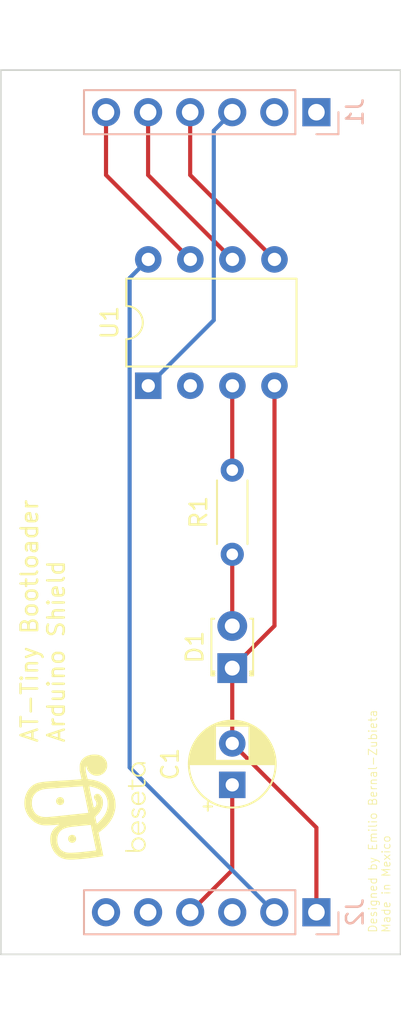
<source format=kicad_pcb>
(kicad_pcb (version 20211014) (generator pcbnew)
  (layers (0 "F.Cu" signal) (31 "B.Cu" signal) (34 "B.Paste" user) (35 "F.Paste" user) (36 "B.SilkS" user "B.Silkscreen") (37 "F.SilkS" user "F.Silkscreen") (38 "B.Mask" user) (39 "F.Mask" user) (44 "Edge.Cuts" user))
  (net 0 "")
  (net 1 "Net-(J1-Pad3)")
  (net 3 "Net-(R1-Pad1)")
  (net 4 "Net-(C1-Pad2)")
  (net 5 "Net-(J1-Pad4)")
  (net 6 "Net-(J1-Pad5)")
  (net 7 "Net-(J1-Pad6)")
  (net 8 "Net-(J2-Pad2)")
  (net 9 "Net-(C1-Pad1)")
  (net 10 "Net-(D1-Pad2)")
  (footprint "graphics:logo" (layer "F.Cu") (at 158.75 86.36 90)
    (fp_text reference "G***" hide)
    (fp_text value "LOGO" hide)
    (fp_poly (pts (xy 0.43369 -1.730456) (xy 0.449904 -1.724101) (xy 0.508747 -1.688545) (xy 0.553448 -1.640745) (xy 0.583289 -1.584247) (xy 0.597552 -1.522599) (xy 0.59552 -1.459348) (xy 0.576475 -1.39804) (xy 0.5397 -1.342223) (xy 0.529405 -1.331278) (xy 0.475277 -1.291198) (xy 0.411909 -1.267124) (xy 0.344437 -1.259913) (xy 0.277993 -1.270421) (xy 0.244451 -1.283714) (xy 0.186936 -1.322764) (xy 0.146118 -1.374463) (xy 0.1223 -1.43829) (xy 0.115646 -1.503475) (xy 0.125034 -1.572626) (xy 0.151266 -1.632722) (xy 0.191445 -1.681851) (xy 0.242674 -1.718101) (xy 0.302056 -1.73956) (xy 0.366694 -1.744316)) (layer "F.SilkS") (width 0) (fill solid))
    (fp_poly (pts (xy -1.20531 2.800192) (xy -1.130527 2.815129) (xy -1.062602 2.844771) (xy -1.034538 2.862139) (xy -0.969153 2.917777) (xy -0.919652 2.986378) (xy -0.885734 3.068517) (xy -0.867102 3.164769) (xy -0.865006 3.188142) (xy -0.859081 3.269619) (xy -1.568813 3.269619) (xy -1.561509 3.308555) (xy -1.537689 3.380496) (xy -1.496073 3.445178) (xy -1.439598 3.498825) (xy -1.389657 3.529352) (xy -1.35393 3.545101) (xy -1.321594 3.553952) (xy -1.283857 3.557666) (xy -1.245819 3.558133) (xy -1.164464 3.550756) (xy -1.09655 3.528919) (xy -1.039231 3.491465) (xy -1.009644 3.462043) (xy -0.968757 3.415592) (xy -0.882381 3.459658) (xy -0.916245 3.506814) (xy -0.958542 3.556537) (xy -1.008875 3.596554) (xy -1.073515 3.631782) (xy -1.078753 3.634203) (xy -1.141543 3.654547) (xy -1.214896 3.665102) (xy -1.290491 3.665325) (xy -1.360009 3.654675) (xy -1.366466 3.652946) (xy -1.453261 3.618219) (xy -1.528172 3.566866) (xy -1.589802 3.500484) (xy -1.636752 3.420674) (xy -1.667625 3.329033) (xy -1.673053 3.302302) (xy -1.678484 3.21515) (xy -1.674382 3.185513) (xy -1.568144 3.185513) (xy -0.974873 3.185513) (xy -0.981362 3.13817) (xy -1.001121 3.068683) (xy -1.038881 3.006228) (xy -1.091869 2.954599) (xy -1.135346 2.92753) (xy -1.182303 2.911879) (xy -1.240371 2.904126) (xy -1.301011 2.904686) (xy -1.355687 2.913971) (xy -1.363836 2.916467) (xy -1.427584 2.948251) (xy -1.482902 2.996673) (xy -1.526675 3.058029) (xy -1.55579 3.128617) (xy -1.561262 3.151345) (xy -1.568144 3.185513) (xy -1.674382 3.185513) (xy -1.666126 3.12587) (xy -1.637584 3.039616) (xy -1.594464 2.961537) (xy -1.550084 2.907953) (xy -1.486467 2.855852) (xy -1.415856 2.821197) (xy -1.334593 2.802438) (xy -1.292095 2.798693)) (layer "F.SilkS") (width 0) (fill solid))
    (fp_poly (pts (xy 0.583709 2.802254) (xy 0.621635 2.804334) (xy 0.65041 2.80901) (xy 0.675965 2.81727) (xy 0.704235 2.830103) (xy 0.706066 2.831) (xy 0.782406 2.879354) (xy 0.842897 2.941266) (xy 0.887007 3.015886) (xy 0.914204 3.102364) (xy 0.923331 3.177446) (xy 0.927738 3.269619) (xy 0.220378 3.269619) (xy 0.22718 3.298531) (xy 0.255499 3.378282) (xy 0.298893 3.445571) (xy 0.355296 3.498665) (xy 0.422643 3.535829) (xy 0.498867 3.555329) (xy 0.536176 3.557888) (xy 0.609438 3.55393) (xy 0.669633 3.538596) (xy 0.722595 3.509728) (xy 0.766608 3.472618) (xy 0.794789 3.44601) (xy 0.817011 3.426305) (xy 0.829177 3.417107) (xy 0.830018 3.416844) (xy 0.8419 3.421847) (xy 0.864116 3.434202) (xy 0.870476 3.438023) (xy 0.905148 3.459162) (xy 0.886246 3.491691) (xy 0.854181 3.533544) (xy 0.808913 3.575674) (xy 0.757405 3.612407) (xy 0.706621 3.638072) (xy 0.706508 3.638115) (xy 0.655086 3.652355) (xy 0.593227 3.66175) (xy 0.529084 3.665696) (xy 0.47081 3.663586) (xy 0.437538 3.658098) (xy 0.379661 3.637155) (xy 0.318521 3.604577) (xy 0.262912 3.565568) (xy 0.230371 3.53549) (xy 0.202988 3.500714) (xy 0.174586 3.456703) (xy 0.154172 3.418693) (xy 0.139651 3.386702) (xy 0.130105 3.360019) (xy 0.124498 3.332687) (xy 0.121792 3.298748) (xy 0.12095 3.252242) (xy 0.120903 3.227566) (xy 0.12119 3.185851) (xy 0.228551 3.185851) (xy 0.814777 3.180257) (xy 0.811563 3.14346) (xy 0.800247 3.095473) (xy 0.776868 3.04329) (xy 0.746007 2.995565) (xy 0.716861 2.964589) (xy 0.661853 2.931391) (xy 0.595771 2.910774) (xy 0.524858 2.903387) (xy 0.455353 2.909878) (xy 0.393497 2.930896) (xy 0.393382 2.930955) (xy 0.332274 2.972861) (xy 0.282954 3.028343) (xy 0.248802 3.092873) (xy 0.235456 3.142664) (xy 0.228551 3.185851) (xy 0.12119 3.185851) (xy 0.121272 3.174017) (xy 0.12307 3.135533) (xy 0.127334 3.106155) (xy 0.135101 3.079925) (xy 0.147409 3.050886) (xy 0.154172 3.03644) (xy 0.202614 2.954722) (xy 0.262939 2.889848) (xy 0.336367 2.84054) (xy 0.345428 2.835947) (xy 0.377553 2.820781) (xy 0.404106 2.810919) (xy 0.43124 2.805225) (xy 0.465108 2.802566) (xy 0.511862 2.801807) (xy 0.530698 2.80178)) (layer "F.SilkS") (width 0) (fill solid))
    (fp_poly (pts (xy 1.314156 2.81755) (xy 1.65058 2.81755) (xy 1.65058 2.912169) (xy 1.312844 2.912169) (xy 1.316128 3.177628) (xy 1.317418 3.266317) (xy 1.319207 3.336616) (xy 1.322045 3.391163) (xy 1.326478 3.432596) (xy 1.333055 3.463552) (xy 1.342324 3.486668) (xy 1.354833 3.504581) (xy 1.371129 3.519928) (xy 1.390219 3.53425) (xy 1.429613 3.551814) (xy 1.480221 3.55988) (xy 1.534479 3.558407) (xy 1.584821 3.547354) (xy 1.611155 3.535433) (xy 1.65058 3.512133) (xy 1.65058 3.567654) (xy 1.649686 3.60046) (xy 1.644465 3.619464) (xy 1.631106 3.631884) (xy 1.611155 3.642341) (xy 1.572351 3.654769) (xy 1.521133 3.662667) (xy 1.465734 3.665492) (xy 1.414384 3.662702) (xy 1.385522 3.657193) (xy 1.345826 3.638655) (xy 1.303255 3.607245) (xy 1.264506 3.568811) (xy 1.236275 3.529204) (xy 1.234008 3.524842) (xy 1.227977 3.510701) (xy 1.223173 3.493519) (xy 1.219389 3.470637) (xy 1.216421 3.439395) (xy 1.214062 3.397131) (xy 1.212108 3.341187) (xy 1.210353 3.268902) (xy 1.209024 3.201283) (xy 1.203767 2.917426) (xy 1.117033 2.914372) (xy 1.030299 2.911319) (xy 1.030299 2.8184) (xy 1.117033 2.815347) (xy 1.203767 2.812293) (xy 1.206763 2.704532) (xy 1.209759 2.596772) (xy 1.314156 2.596772)) (layer "F.SilkS") (width 0) (fill solid))
    (fp_poly (pts (xy -2.596771 2.96087) (xy -2.545829 2.911768) (xy -2.507147 2.87947) (xy -2.461719 2.848518) (xy -2.432812 2.832418) (xy -2.402275 2.8185) (xy -2.375424 2.809616) (xy -2.345909 2.804647) (xy -2.307381 2.80247) (xy -2.260347 2.801975) (xy -2.208904 2.802374) (xy -2.171887 2.804592) (xy -2.142702 2.809836) (xy -2.114759 2.819313) (xy -2.081465 2.83423) (xy -2.079734 2.835049) (xy -2.000087 2.881769) (xy -1.93674 2.939734) (xy -1.886686 3.011862) (xy -1.875556 3.033138) (xy -1.843063 3.120651) (xy -1.829683 3.20981) (xy -1.834325 3.297998) (xy -1.855896 3.382595) (xy -1.893306 3.460983) (xy -1.945462 3.530545) (xy -2.011273 3.588662) (xy -2.089648 3.632715) (xy -2.132011 3.648283) (xy -2.201979 3.66296) (xy -2.279105 3.667883) (xy -2.35285 3.66265) (xy -2.378784 3.657684) (xy -2.460525 3.628017) (xy -2.535432 3.580636) (xy -2.600251 3.518544) (xy -2.651729 3.444746) (xy -2.681504 3.378185) (xy -2.686508 3.362437) (xy -2.690624 3.345611) (xy -2.693937 3.32558) (xy -2.696534 3.300213) (xy -2.698501 3.267383) (xy -2.69966 3.232823) (xy -2.591514 3.232823) (xy -2.582151 3.31185) (xy -2.555789 3.382986) (xy -2.515019 3.444582) (xy -2.462434 3.494987) (xy -2.400624 3.532551) (xy -2.332182 3.555624) (xy -2.259699 3.562555) (xy -2.185766 3.551694) (xy -2.126732 3.528789) (xy -2.058156 3.482909) (xy -2.004415 3.423994) (xy -1.966735 3.355036) (xy -1.94634 3.279026) (xy -1.944451 3.198955) (xy -1.960611 3.122762) (xy -1.986293 3.070441) (xy -2.026331 3.017818) (xy -2.075107 2.971168) (xy -2.127005 2.936765) (xy -2.127143 2.936695) (xy -2.200292 2.910342) (xy -2.274094 2.90311) (xy -2.345956 2.913345) (xy -2.413283 2.939393) (xy -2.473482 2.979601) (xy -2.523962 3.032314) (xy -2.562127 3.095879) (xy -2.585384 3.168643) (xy -2.591514 3.232823) (xy -2.69966 3.232823) (xy -2.699924 3.224962) (xy -2.700889 3.17082) (xy -2.701482 3.10283) (xy -2.70179 3.018863) (xy -2.701897 2.916791) (xy -2.701903 2.873727) (xy -2.701903 2.42856) (xy -2.596771 2.42856)) (layer "F.SilkS") (width 0) (fill solid))
    (fp_poly (pts (xy -0.335861 2.808546) (xy -0.282096 2.813885) (xy -0.239388 2.823466) (xy -0.239004 2.823596) (xy -0.203215 2.840645) (xy -0.16302 2.867025) (xy -0.124895 2.897714) (xy -0.095315 2.927687) (xy -0.084054 2.943805) (xy -0.080874 2.95718) (xy -0.089766 2.969941) (xy -0.114056 2.986476) (xy -0.118305 2.989005) (xy -0.162711 3.01523) (xy -0.19717 2.974972) (xy -0.225688 2.94808) (xy -0.25726 2.927392) (xy -0.268971 2.92239) (xy -0.321829 2.911766) (xy -0.380154 2.910753) (xy -0.435043 2.918952) (xy -0.469529 2.931376) (xy -0.507122 2.953815) (xy -0.529178 2.977522) (xy -0.540529 3.008975) (xy -0.543856 3.030994) (xy -0.545409 3.060621) (xy -0.538996 3.080719) (xy -0.520721 3.10087) (xy -0.512418 3.108292) (xy -0.466157 3.137179) (xy -0.403525 3.158626) (xy -0.322805 3.179563) (xy -0.259715 3.197458) (xy -0.21128 3.213458) (xy -0.174525 3.228707) (xy -0.146473 3.244353) (xy -0.124151 3.261542) (xy -0.115834 3.26943) (xy -0.076682 3.321304) (xy -0.056301 3.377347) (xy -0.053566 3.434925) (xy -0.067352 3.491408) (xy -0.096534 3.544161) (xy -0.139985 3.590554) (xy -0.196582 3.627953) (xy -0.265199 3.653727) (xy -0.281746 3.657566) (xy -0.350103 3.667236) (xy -0.412548 3.664857) (xy -0.47224 3.652423) (xy -0.511854 3.6395) (xy -0.54897 3.623735) (xy -0.563927 3.615649) (xy -0.589399 3.596525) (xy -0.61771 3.570229) (xy -0.644797 3.541286) (xy -0.666598 3.514224) (xy -0.679051 3.493568) (xy -0.6803 3.485974) (xy -0.669469 3.474191) (xy -0.646819 3.458577) (xy -0.63815 3.453615) (xy -0.599616 3.432602) (xy -0.566879 3.472318) (xy -0.522652 3.5154) (xy -0.472189 3.542534) (xy -0.410959 3.555664) (xy -0.367963 3.557629) (xy -0.297576 3.551165) (xy -0.241048 3.532407) (xy -0.199757 3.502309) (xy -0.175086 3.461824) (xy -0.168211 3.419666) (xy -0.172043 3.389295) (xy -0.185064 3.363899) (xy -0.209562 3.341995) (xy -0.247825 3.322102) (xy -0.30214 3.302738) (xy -0.374796 3.28242) (xy -0.3835 3.280192) (xy -0.435608 3.266025) (xy -0.484381 3.251141) (xy -0.523735 3.237488) (xy -0.544647 3.228608) (xy -0.597618 3.191585) (xy -0.634086 3.145168) (xy -0.654497 3.092405) (xy -0.659298 3.036343) (xy -0.648935 2.98003) (xy -0.623856 2.926514) (xy -0.584506 2.878844) (xy -0.531333 2.840066) (xy -0.484668 2.819339) (xy -0.44503 2.811136) (xy -0.3928 2.807584)) (layer "F.SilkS") (width 0) (fill solid))
    (fp_poly (pts (xy -1.860364 -1.009998) (xy -1.81402 -0.996351) (xy -1.773211 -0.970404) (xy -1.747863 -0.94724) (xy -1.707638 -0.893467) (xy -1.684194 -0.832223) (xy -1.677414 -0.767652) (xy -1.68718 -0.7039) (xy -1.713375 -0.645111) (xy -1.755882 -0.595432) (xy -1.757879 -0.593728) (xy -1.817507 -0.555567) (xy -1.883049 -0.534854) (xy -1.94972 -0.532929) (xy -1.965976 -0.535535) (xy -2.028585 -0.557178) (xy -2.082749 -0.596277) (xy -2.105607 -0.620446) (xy -2.142563 -0.678424) (xy -2.160944 -0.741458) (xy -2.161347 -0.805963) (xy -2.144368 -0.868359) (xy -2.110602 -0.925062) (xy -2.060647 -0.972491) (xy -2.045324 -0.98271) (xy -2.013924 -1.000271) (xy -1.985952 -1.009857) (xy -1.952484 -1.013696) (xy -1.919443 -1.014151)) (layer "F.SilkS") (width 0) (fill solid))
    (fp_poly (pts (xy 0.330918 -3.655693) (xy 0.414409 -3.649719) (xy 0.473872 -3.642001) (xy 0.625417 -3.607979) (xy 0.770922 -3.55838) (xy 0.908052 -3.494588) (xy 1.034474 -3.417985) (xy 1.147854 -3.329956) (xy 1.245856 -3.231884) (xy 1.313432 -3.14446) (xy 1.347097 -3.092202) (xy 1.377348 -3.039001) (xy 1.404453 -2.983367) (xy 1.428682 -2.923815) (xy 1.450304 -2.858857) (xy 1.469587 -2.787004) (xy 1.486802 -2.706772) (xy 1.502218 -2.616671) (xy 1.516103 -2.515215) (xy 1.528727 -2.400916) (xy 1.540359 -2.272288) (xy 1.551268 -2.127842) (xy 1.561724 -1.966092) (xy 1.571995 -1.785551) (xy 1.577166 -1.687376) (xy 1.583611 -1.567793) (xy 1.591465 -1.431192) (xy 1.600475 -1.281515) (xy 1.610385 -1.122704) (xy 1.620941 -0.958702) (xy 1.631888 -0.793451) (xy 1.642972 -0.630893) (xy 1.653938 -0.47497) (xy 1.664531 -0.329625) (xy 1.666971 -0.296999) (xy 1.671898 -0.249057) (xy 1.678147 -0.220662) (xy 1.686057 -0.210357) (xy 1.687001 -0.210265) (xy 1.700719 -0.212528) (xy 1.731875 -0.218876) (xy 1.777425 -0.22865) (xy 1.834322 -0.241191) (xy 1.899521 -0.255838) (xy 1.941004 -0.265282) (xy 2.181499 -0.3203) (xy 2.370737 -0.320258) (xy 2.439207 -0.320078) (xy 2.490915 -0.319266) (xy 2.530128 -0.317362) (xy 2.56111 -0.313905) (xy 2.588125 -0.308435) (xy 2.615439 -0.300492) (xy 2.644082 -0.29075) (xy 2.72876 -0.257073) (xy 2.799526 -0.218984) (xy 2.863492 -0.172094) (xy 2.918285 -0.121588) (xy 2.997396 -0.027811) (xy 3.061724 0.080917) (xy 3.111266 0.204594) (xy 3.146023 0.343217) (xy 3.149758 0.364106) (xy 3.158674 0.435991) (xy 3.163291 0.517547) (xy 3.163785 0.603393) (xy 3.160333 0.688145) (xy 3.153108 0.766423) (xy 3.142289 0.832843) (xy 3.133336 0.867343) (xy 3.088788 0.980654) (xy 3.032156 1.077751) (xy 2.962098 1.160495) (xy 2.877273 1.230746) (xy 2.865634 1.238696) (xy 2.791171 1.283308) (xy 2.719745 1.313815) (xy 2.644011 1.332592) (xy 2.556623 1.342016) (xy 2.544206 1.34267) (xy 2.454931 1.342758) (xy 2.377297 1.332736) (xy 2.303754 1.311082) (xy 2.234906 1.280435) (xy 2.137528 1.22142) (xy 2.055755 1.149844) (xy 1.988345 1.064245) (xy 1.934057 0.963158) (xy 1.90698 0.893626) (xy 1.89745 0.859835) (xy 1.89147 0.821741) (xy 1.888464 0.77382) (xy 1.887858 0.710546) (xy 1.887863 0.709644) (xy 1.888814 0.651472) (xy 1.891455 0.608143) (xy 1.896647 0.573489) (xy 1.905256 0.541343) (xy 1.915437 0.51261) (xy 1.959802 0.415213) (xy 2.014931 0.331791) (xy 2.081792 0.259177) (xy 2.160714 0.194752) (xy 2.24585 0.146149) (xy 2.342688 0.110439) (xy 2.378228 0.100964) (xy 2.474373 0.07738) (xy 2.427812 0.05854) (xy 2.375548 0.045288) (xy 2.307592 0.040499) (xy 2.227485 0.044133) (xy 2.138765 0.056149) (xy 2.107283 0.062134) (xy 2.037388 0.076874) (xy 1.966202 0.092766) (xy 1.896886 0.109014) (xy 1.832598 0.124824) (xy 1.776499 0.139398) (xy 1.73175 0.151942) (xy 1.701511 0.161659) (xy 1.68923 0.167409) (xy 1.683764 0.181713) (xy 1.677143 0.212361) (xy 1.670224 0.254768) (xy 1.66418 0.301537) (xy 1.631417 0.511427) (xy 1.582458 0.709388) (xy 1.517534 0.894596) (xy 1.466111 1.009325) (xy 1.377087 1.170904) (xy 1.277179 1.3146) (xy 1.165866 1.440823) (xy 1.042626 1.549986) (xy 0.906938 1.642501) (xy 0.758278 1.718781) (xy 0.596126 1.779237) (xy 0.439263 1.820235) (xy 0.394788 1.827579) (xy 0.335793 1.834181) (xy 0.267367 1.839783) (xy 0.194598 1.844132) (xy 0.122574 1.846973) (xy 0.056386 1.84805) (xy 0.001122 1.847109) (xy -0.036796 1.844089) (xy -0.215398 1.812444) (xy -0.379287 1.769673) (xy -0.532419 1.714315) (xy -0.678754 1.644913) (xy -0.822249 1.560007) (xy -0.841059 1.547649) (xy -0.958272 1.464252) (xy -1.069606 1.373153) (xy -1.177377 1.271996) (xy -1.283901 1.158423) (xy -1.391493 1.030079) (xy -1.50247 0.884605) (xy -1.530716 0.845698) (xy -1.552782 0.815031) (xy -1.630592 0.834257) (xy -1.653033 0.839396) (xy -1.692646 0.848022) (xy -1.747335 0.859704) (xy -1.815002 0.874007) (xy -1.893552 0.890501) (xy -1.980889 0.908751) (xy -2.074916 0.928326) (xy -2.173537 0.948793) (xy -2.274656 0.969719) (xy -2.376176 0.990671) (xy -2.476001 1.011217) (xy -2.572035 1.030925) (xy -2.662181 1.04936) (xy -2.744343 1.066092) (xy -2.816425 1.080687) (xy -2.87633 1.092713) (xy -2.921963 1.101737) (xy -2.951227 1.107326) (xy -2.962025 1.109048) (xy -2.962032 1.109044) (xy -2.965793 1.097558) (xy -2.971901 1.06758) (xy -2.980012 1.02147) (xy -2.989782 0.96159) (xy -3.000866 0.890301) (xy -3.01292 0.809965) (xy -3.025601 0.722941) (xy -3.026362 0.71758) (xy -1.009271 0.71758) (xy -1.002162 0.727327) (xy -0.982358 0.749417) (xy -0.952139 0.781437) (xy -0.913789 0.820972) (xy -0.86959 0.865609) (xy -0.864714 0.870482) (xy -0.744619 0.984766) (xy -0.630537 1.081222) (xy -0.520122 1.161312) (xy -0.41103 1.226504) (xy -0.300916 1.27826) (xy -0.187435 1.318046) (xy -0.119219 1.336198) (xy 0.041464 1.364038) (xy 0.202051 1.370963) (xy 0.363668 1.356992) (xy 0.425892 1.346149) (xy 0.559595 1.31009) (xy 0.681345 1.257172) (xy 0.79133 1.18721) (xy 0.889739 1.100016) (xy 0.976761 0.995405) (xy 1.052584 0.87319) (xy 1.117396 0.733186) (xy 1.156282 0.624595) (xy 1.171408 0.574647) (xy 1.187304 0.517422) (xy 1.202888 0.457385) (xy 1.21708 0.399007) (xy 1.2288 0.346753) (xy 1.236967 0.305093) (xy 1.2405 0.278495) (xy 1.240563 0.276112) (xy 1.239162 0.272395) (xy 1.233969 0.270077) (xy 1.2235 0.269429) (xy 1.206272 0.270724) (xy 1.180799 0.274233) (xy 1.145599 0.280228) (xy 1.099187 0.288981) (xy 1.040078 0.300764) (xy 0.966791 0.315849) (xy 0.877839 0.334508) (xy 0.771739 0.357013) (xy 0.647007 0.383635) (xy 0.60714 0.392164) (xy 0.494998 0.416201) (xy 0.389092 0.438976) (xy 0.291186 0.460103) (xy 0.203049 0.479197) (xy 0.126444 0.495874) (xy 0.063138 0.50975) (xy 0.014897 0.520439) (xy -0.016513 0.527558) (xy -0.029326 0.530722) (xy -0.029527 0.530814) (xy -0.027977 0.541444) (xy -0.020012 0.563743) (xy -0.01774 0.569207) (xy 0.014544 0.619423) (xy 0.062365 0.656129) (xy 0.124718 0.678793) (xy 0.200598 0.686886) (xy 0.205009 0.686898) (xy 0.263291 0.682668) (xy 0.316833 0.668791) (xy 0.371472 0.643085) (xy 0.433048 0.603368) (xy 0.43809 0.599777) (xy 0.501521 0.561384) (xy 0.559773 0.542024) (xy 0.615925 0.541392) (xy 0.673054 0.559182) (xy 0.70098 0.573741) (xy 0.74412 0.610088) (xy 0.776185 0.659638) (xy 0.794123 0.716156) (xy 0.795732 0.767281) (xy 0.788322 0.806029) (xy 0.776972 0.842023) (xy 0.772336 0.852324) (xy 0.737609 0.901183) (xy 0.686135 0.949351) (xy 0.622084 0.994022) (xy 0.549628 1.032392) (xy 0.472941 1.061656) (xy 0.45207 1.067627) (xy 0.385176 1.079836) (xy 0.30573 1.085681) (xy 0.221221 1.085157) (xy 0.139139 1.078262) (xy 0.07885 1.067838) (xy -0.054915 1.027011) (xy -0.185639 0.966105) (xy -0.311795 0.886016) (xy -0.431856 0.787637) (xy -0.481077 0.740086) (xy -0.533427 0.688741) (xy -0.57311 0.653669) (xy -0.600445 0.634605) (xy -0.612492 0.630644) (xy -0.63286 0.632697) (xy -0.667716 0.63845) (xy -0.713234 0.647064) (xy -0.765587 0.6577) (xy -0.820948 0.66952) (xy -0.87549 0.681685) (xy -0.925387 0.693358) (xy -0.966812 0.703699) (xy -0.995938 0.711871) (xy -1.008939 0.717034) (xy -1.009271 0.71758) (xy -3.026362 0.71758) (xy -3.038564 0.631591) (xy -3.051464 0.538277) (xy -3.063959 0.445359) (xy -3.075702 0.355199) (xy -3.086351 0.270157) (xy -3.095344 0.194495) (xy -3.114998 0.014835) (xy -3.132011 -0.158515) (xy -3.146289 -0.323849) (xy -3.157737 -0.47946) (xy -3.16626 -0.623643) (xy -3.171764 -0.754692) (xy -3.173993 -0.863055) (xy -2.760361 -0.863055) (xy -2.758221 -0.767166) (xy -2.752967 -0.657144) (xy -2.744692 -0.531045) (xy -2.733489 -0.386927) (xy -2.727492 -0.315397) (xy -2.723222 -0.268911) (xy -2.717061 -0.206757) (xy -2.70935 -0.132003) (xy -2.700429 -0.047716) (xy -2.69064 0.043035) (xy -2.680323 0.137183) (xy -2.66982 0.231661) (xy -2.659471 0.323399) (xy -2.649617 0.409331) (xy -2.640598 0.486389) (xy -2.632757 0.551506) (xy -2.626433 0.601612) (xy -2.622232 0.631925) (xy -2.616456 0.669852) (xy -2.519879 0.650199) (xy -2.492613 0.644622) (xy -2.446812 0.635219) (xy -2.384534 0.622415) (xy -2.307838 0.606633) (xy -2.218782 0.588297) (xy -2.119423 0.567831) (xy -2.011819 0.545658) (xy -1.898029 0.522202) (xy -1.78011 0.497887) (xy -1.755711 0.492855) (xy -1.640412 0.469034) (xy -1.531306 0.446415) (xy -1.430118 0.42536) (xy -1.338574 0.406233) (xy -1.258398 0.389395) (xy -1.191317 0.375209) (xy -1.139055 0.364039) (xy -1.103336 0.356246) (xy -1.085887 0.352194) (xy -1.084416 0.351727) (xy -1.084575 0.34081) (xy -1.086704 0.311225) (xy -1.090578 0.265213) (xy -1.095975 0.20502) (xy -1.102672 0.132886) (xy -1.110445 0.051057) (xy -1.119071 -0.038226) (xy -1.128328 -0.13272) (xy -1.137992 -0.23018) (xy -1.14784 -0.328365) (xy -1.157649 -0.42503) (xy -1.167196 -0.517933) (xy -1.176258 -0.604831) (xy -1.184611 -0.683481) (xy -1.192033 -0.751639) (xy -1.198301 -0.807063) (xy -1.203191 -0.847509) (xy -1.205145 -0.862086) (xy -1.23248 -1.016317) (xy -1.268091 -1.151889) (xy -1.312476 -1.26968) (xy -1.366129 -1.370566) (xy -1.429547 -1.455422) (xy -1.503226 -1.525124) (xy -1.587661 -1.580549) (xy -1.621539 -1.597525) (xy -1.70759 -1.632752) (xy -1.79131 -1.65624) (xy -1.879803 -1.66945) (xy -1.98017 -1.673844) (xy -1.992259 -1.673852) (xy -2.122237 -1.665288) (xy -2.24415 -1.640993) (xy -2.356312 -1.601877) (xy -2.457036 -1.548854) (xy -2.544636 -1.482835) (xy -2.617425 -1.404732) (xy -2.673717 -1.315457) (xy -2.680345 -1.301777) (xy -2.702604 -1.250412) (xy -2.721099 -1.198516) (xy -2.735923 -1.144145) (xy -2.747168 -1.085357) (xy -2.754927 -1.020208) (xy -2.759294 -0.946755) (xy -2.760361 -0.863055) (xy -3.173993 -0.863055) (xy -3.174154 -0.870902) (xy -3.173335 -0.970566) (xy -3.169213 -1.051978) (xy -3.166178 -1.082864) (xy -3.142908 -1.221727) (xy -3.106843 -1.347183) (xy -3.056389 -1.463621) (xy -2.989949 -1.575428) (xy -2.983927 -1.584258) (xy -2.891517 -1.700171) (xy -2.783121 -1.803417) (xy -2.660172 -1.893106) (xy -2.524105 -1.968348) (xy -2.37635 -2.028253) (xy -2.218343 -2.071932) (xy -2.18867 -2.078052) (xy -2.117306 -2.088264) (xy -2.033822 -2.094217) (xy -1.944912 -2.095923) (xy -1.857271 -2.093397) (xy -1.777594 -2.086652) (xy -1.718915 -2.077134) (xy -1.584003 -2.03756) (xy -1.46005 -1.980116) (xy -1.3475 -1.90514) (xy -1.2468 -1.812971) (xy -1.158396 -1.703949) (xy -1.095971 -1.60327) (xy -1.079967 -1.576172) (xy -1.069406 -1.562444) (xy -1.066251 -1.564542) (xy -1.066557 -1.566473) (xy -1.068737 -1.584357) (xy -1.071967 -1.619813) (xy -1.075976 -1.669427) (xy -1.080494 -1.729789) (xy -1.08525 -1.797483) (xy -1.087388 -1.829305) (xy -1.096824 -1.97999) (xy -1.103807 -2.11182) (xy -1.10829 -2.226828) (xy -1.110228 -2.327046) (xy -1.109848 -2.377848) (xy -0.608029 -2.377848) (xy -0.606256 -2.286631) (xy -0.604651 -2.255976) (xy -0.602468 -2.221492) (xy -0.599589 -2.181999) (xy -0.595898 -2.136319) (xy -0.591277 -2.083273) (xy -0.585609 -2.021682) (xy -0.578778 -1.950367) (xy -0.570665 -1.868149) (xy -0.561156 -1.77385) (xy -0.550131 -1.666291) (xy -0.537475 -1.544292) (xy -0.523071 -1.406676) (xy -0.5068 -1.252263) (xy -0.488547 -1.079874) (xy -0.468195 -0.888331) (xy -0.457566 -0.788493) (xy -0.444185 -0.662726) (xy -0.431163 -0.540049) (xy -0.41872 -0.422553) (xy -0.407076 -0.31233) (xy -0.396451 -0.21147) (xy -0.387065 -0.122064) (xy -0.379139 -0.046202) (xy -0.372892 0.014024) (xy -0.368545 0.056525) (xy -0.367104 0.070964) (xy -0.361402 0.125456) (xy -0.3564 0.162274) (xy -0.351297 0.184717) (xy -0.345293 0.196085) (xy -0.337586 0.199676) (xy -0.335835 0.199752) (xy -0.322753 0.19769) (xy -0.290715 0.191723) (xy -0.241359 0.182177) (xy -0.176324 0.169381) (xy -0.097251 0.153661) (xy -0.005777 0.135345) (xy 0.096457 0.114759) (xy 0.207813 0.092231) (xy 0.326651 0.068088) (xy 0.451332 0.042657) (xy 0.459055 0.041079) (xy 0.583702 0.015528) (xy 0.702329 -0.008929) (xy 0.813328 -0.031952) (xy 0.915093 -0.053202) (xy 1.006015 -0.072337) (xy 1.084489 -0.089019) (xy 1.148905 -0.102907) (xy 1.197658 -0.113661) (xy 1.22914 -0.120941) (xy 1.241743 -0.124407) (xy 1.241883 -0.124505) (xy 1.243221 -0.126961) (xy 1.244183 -0.132041) (xy 1.244689 -0.141034) (xy 1.244657 -0.15523) (xy 1.244005 -0.175919) (xy 1.242653 -0.204389) (xy 1.240518 -0.241932) (xy 1.23752 -0.289835) (xy 1.233577 -0.349391) (xy 1.228608 -0.421886) (xy 1.222531 -0.508613) (xy 1.215265 -0.61086) (xy 1.206729 -0.729916) (xy 1.196842 -0.867072) (xy 1.185522 -1.023618) (xy 1.182755 -1.061838) (xy 1.173819 -1.185857) (xy 1.164882 -1.311057) (xy 1.156142 -1.434564) (xy 1.1478 -1.553506) (xy 1.140055 -1.66501) (xy 1.133107 -1.766204) (xy 1.127157 -1.854215) (xy 1.122403 -1.92617) (xy 1.119861 -1.965977) (xy 1.110376 -2.106391) (xy 1.100394 -2.22823) (xy 1.089432 -2.333948) (xy 1.077007 -2.425994) (xy 1.062636 -2.506823) (xy 1.045838 -2.578886) (xy 1.02613 -2.644634) (xy 1.003028 -2.706521) (xy 0.976052 -2.766998) (xy 0.953336 -2.812236) (xy 0.90095 -2.895475) (xy 0.83466 -2.974328) (xy 0.75926 -3.044064) (xy 0.679541 -3.099949) (xy 0.641308 -3.120389) (xy 0.571503 -3.151429) (xy 0.508312 -3.173626) (xy 0.444873 -3.188598) (xy 0.374318 -3.197963) (xy 0.289784 -3.203337) (xy 0.289115 -3.203365) (xy 0.188948 -3.2048) (xy 0.101601 -3.199413) (xy 0.019702 -3.186248) (xy -0.064118 -3.164349) (xy -0.099784 -3.152947) (xy -0.218294 -3.104079) (xy -0.320947 -3.041746) (xy -0.407816 -2.96582) (xy -0.478978 -2.876175) (xy -0.534505 -2.772682) (xy -0.574473 -2.655215) (xy -0.598957 -2.523646) (xy -0.608029 -2.377848) (xy -1.109848 -2.377848) (xy -1.109573 -2.414508) (xy -1.10628 -2.491247) (xy -1.100302 -2.559295) (xy -1.091592 -2.620685) (xy -1.080105 -2.677451) (xy -1.066912 -2.727798) (xy -1.016692 -2.864309) (xy -0.947685 -2.995316) (xy -0.861769 -3.119206) (xy -0.76082 -3.234368) (xy -0.646714 -3.339189) (xy -0.521328 -3.432056) (xy -0.38654 -3.511358) (xy -0.244224 -3.575482) (xy -0.09626 -3.622816) (xy -0.001352 -3.643226) (xy 0.067774 -3.651833) (xy 0.150756 -3.656768) (xy 0.240752 -3.658049)) (layer "F.SilkS") (width 0) (fill solid))
    (fp_poly (pts (xy 2.319835 2.799753) (xy 2.363288 2.807444) (xy 2.449301 2.837689) (xy 2.526339 2.8853) (xy 2.591958 2.947658) (xy 2.643715 3.022144) (xy 2.679165 3.106138) (xy 2.691465 3.15923) (xy 2.694688 3.18959) (xy 2.697506 3.236484) (xy 2.699749 3.295423) (xy 2.701251 3.361916) (xy 2.701841 3.431473) (xy 2.701844 3.435203) (xy 2.701904 3.648096) (xy 2.597591 3.648096) (xy 2.591515 3.467504) (xy 2.558459 3.514477) (xy 2.505225 3.572581) (xy 2.438245 3.617984) (xy 2.36142 3.649415) (xy 2.278656 3.665601) (xy 2.193855 3.665269) (xy 2.131834 3.653571) (xy 2.048708 3.620582) (xy 1.977174 3.572186) (xy 1.918063 3.511041) (xy 1.872203 3.439802) (xy 1.840424 3.361128) (xy 1.823555 3.277673) (xy 1.822963 3.232823) (xy 1.939888 3.232823) (xy 1.94073 3.281743) (xy 1.94415 3.316749) (xy 1.951487 3.344917) (xy 1.964082 3.373322) (xy 1.967886 3.380675) (xy 2.003757 3.433918) (xy 2.050992 3.48325) (xy 2.102168 3.521158) (xy 2.112193 3.526692) (xy 2.180424 3.551084) (xy 2.25549 3.55955) (xy 2.330399 3.551954) (xy 2.390273 3.532047) (xy 2.461093 3.488118) (xy 2.518177 3.430366) (xy 2.55145 3.377109) (xy 2.573256 3.313537) (xy 2.582349 3.242348) (xy 2.578539 3.171167) (xy 2.561634 3.107619) (xy 2.558375 3.10012) (xy 2.515606 3.031089) (xy 2.457426 2.973267) (xy 2.398708 2.936137) (xy 2.336279 2.914483) (xy 2.267293 2.905372) (xy 2.198828 2.908914) (xy 2.137965 2.925219) (xy 2.123676 2.931864) (xy 2.055285 2.978257) (xy 1.997834 3.038902) (xy 1.967794 3.085637) (xy 1.95385 3.114733) (xy 1.945446 3.142065) (xy 1.941248 3.174661) (xy 1.939926 3.219548) (xy 1.939888 3.232823) (xy 1.822963 3.232823) (xy 1.822426 3.192095) (xy 1.837867 3.107051) (xy 1.870706 3.025196) (xy 1.914645 2.957926) (xy 1.977523 2.895136) (xy 2.053161 2.846689) (xy 2.137879 2.81382) (xy 2.227997 2.797764)) (layer "F.SilkS") (width 0) (fill solid))
  )
  (footprint "Resistor_THT:R_Axial_DIN0204_L3.6mm_D1.6mm_P5.08mm_Horizontal" (layer "F.Cu") (at 167.64 66.04 -90)
    (fp_text reference "R1" (at 2.54 2.032 -90) (layer "F.SilkS"))
    (fp_text value "220")
    (fp_line (start 0.62 0.92) (end 4.46 0.92) (layer "F.SilkS") (width 0.12))
    (fp_line (start 0.62 -0.92) (end 4.46 -0.92) (layer "F.SilkS") (width 0.12))
    (pad "1" thru_hole circle (at 0 0 270) (size 1.4 1.4) (drill 0.7) (layers *.Cu *.Mask) (net 3 "Net-(R1-Pad1)"))
    (pad "2" thru_hole oval (at 5.08 0 270) (size 1.4 1.4) (drill 0.7) (layers *.Cu *.Mask) (net 10 "Net-(D1-Pad2)"))
  )
  (footprint "Capacitor_THT:CP_Radial_D5.0mm_P2.50mm" (layer "F.Cu") (at 167.64 85.025113 90)
    (fp_text reference "C1" (at 1.25 -3.75 90) (layer "F.SilkS"))
    (fp_text value "10uF")
    (fp_line (start 2.651 -2.175) (end 2.651 -1.04) (layer "F.SilkS") (width 0.12))
    (fp_line (start 1.73 -2.536) (end 1.73 -1.04) (layer "F.SilkS") (width 0.12))
    (fp_line (start 1.77 -2.528) (end 1.77 -1.04) (layer "F.SilkS") (width 0.12))
    (fp_line (start 1.41 -2.576) (end 1.41 2.576) (layer "F.SilkS") (width 0.12))
    (fp_line (start 2.731 -2.122) (end 2.731 -1.04) (layer "F.SilkS") (width 0.12))
    (fp_line (start 1.93 -2.491) (end 1.93 -1.04) (layer "F.SilkS") (width 0.12))
    (fp_line (start 2.371 -2.329) (end 2.371 -1.04) (layer "F.SilkS") (width 0.12))
    (fp_line (start 2.691 -2.149) (end 2.691 -1.04) (layer "F.SilkS") (width 0.12))
    (fp_line (start 3.571 -1.178) (end 3.571 1.178) (layer "F.SilkS") (width 0.12))
    (fp_line (start 2.411 -2.31) (end 2.411 -1.04) (layer "F.SilkS") (width 0.12))
    (fp_line (start 2.171 1.04) (end 2.171 2.414) (layer "F.SilkS") (width 0.12))
    (fp_line (start 3.531 1.04) (end 3.531 1.251) (layer "F.SilkS") (width 0.12))
    (fp_line (start 3.091 -1.826) (end 3.091 -1.04) (layer "F.SilkS") (width 0.12))
    (fp_line (start 2.131 1.04) (end 2.131 2.428) (layer "F.SilkS") (width 0.12))
    (fp_line (start 3.851 -0.284) (end 3.851 0.284) (layer "F.SilkS") (width 0.12))
    (fp_line (start 2.491 1.04) (end 2.491 2.268) (layer "F.SilkS") (width 0.12))
    (fp_line (start 3.731 -0.805) (end 3.731 0.805) (layer "F.SilkS") (width 0.12))
    (fp_line (start 1.61 -2.556) (end 1.61 -1.04) (layer "F.SilkS") (width 0.12))
    (fp_line (start 2.211 1.04) (end 2.211 2.398) (layer "F.SilkS") (width 0.12))
    (fp_line (start 2.571 1.04) (end 2.571 2.224) (layer "F.SilkS") (width 0.12))
    (fp_line (start 2.251 1.04) (end 2.251 2.382) (layer "F.SilkS") (width 0.12))
    (fp_line (start 2.371 1.04) (end 2.371 2.329) (layer "F.SilkS") (width 0.12))
    (fp_line (start 2.051 -2.455) (end 2.051 -1.04) (layer "F.SilkS") (width 0.12))
    (fp_line (start 2.691 1.04) (end 2.691 2.149) (layer "F.SilkS") (width 0.12))
    (fp_line (start 1.85 -2.511) (end 1.85 -1.04) (layer "F.SilkS") (width 0.12))
    (fp_line (start 2.851 -2.035) (end 2.851 -1.04) (layer "F.SilkS") (width 0.12))
    (fp_line (start 3.331 -1.554) (end 3.331 -1.04) (layer "F.SilkS") (width 0.12))
    (fp_line (start 2.331 1.04) (end 2.331 2.348) (layer "F.SilkS") (width 0.12))
    (fp_line (start 1.73 1.04) (end 1.73 2.536) (layer "F.SilkS") (width 0.12))
    (fp_line (start 2.091 1.04) (end 2.091 2.442) (layer "F.SilkS") (width 0.12))
    (fp_line (start 1.61 1.04) (end 1.61 2.556) (layer "F.SilkS") (width 0.12))
    (fp_line (start 2.131 -2.428) (end 2.131 -1.04) (layer "F.SilkS") (width 0.12))
    (fp_line (start 2.531 1.04) (end 2.531 2.247) (layer "F.SilkS") (width 0.12))
    (fp_line (start 3.411 -1.443) (end 3.411 -1.04) (layer "F.SilkS") (width 0.12))
    (fp_line (start 3.331 1.04) (end 3.331 1.554) (layer "F.SilkS") (width 0.12))
    (fp_line (start 1.971 -2.48) (end 1.971 -1.04) (layer "F.SilkS") (width 0.12))
    (fp_line (start 1.81 -2.52) (end 1.81 -1.04) (layer "F.SilkS") (width 0.12))
    (fp_line (start 2.251 -2.382) (end 2.251 -1.04) (layer "F.SilkS") (width 0.12))
    (fp_line (start 3.051 1.04) (end 3.051 1.864) (layer "F.SilkS") (width 0.12))
    (fp_line (start 1.85 1.04) (end 1.85 2.511) (layer "F.SilkS") (width 0.12))
    (fp_line (start 2.851 1.04) (end 2.851 2.035) (layer "F.SilkS") (width 0.12))
    (fp_line (start 1.45 -2.573) (end 1.45 2.573) (layer "F.SilkS") (width 0.12))
    (fp_line (start 2.291 -2.365) (end 2.291 -1.04) (layer "F.SilkS") (width 0.12))
    (fp_line (start 3.131 -1.785) (end 3.131 -1.04) (layer "F.SilkS") (width 0.12))
    (fp_line (start 3.611 -1.098) (end 3.611 1.098) (layer "F.SilkS") (width 0.12))
    (fp_line (start 3.371 1.04) (end 3.371 1.5) (layer "F.SilkS") (width 0.12))
    (fp_line (start 2.811 -2.065) (end 2.811 -1.04) (layer "F.SilkS") (width 0.12))
    (fp_line (start 1.89 1.04) (end 1.89 2.501) (layer "F.SilkS") (width 0.12))
    (fp_line (start 1.53 1.04) (end 1.53 2.565) (layer "F.SilkS") (width 0.12))
    (fp_line (start 1.25 -2.58) (end 1.25 2.58) (layer "F.SilkS") (width 0.12))
    (fp_line (start 1.69 -2.543) (end 1.69 -1.04) (layer "F.SilkS") (width 0.12))
    (fp_line (start 3.291 -1.605) (end 3.291 -1.04) (layer "F.SilkS") (width 0.12))
    (fp_line (start 2.891 -2.004) (end 2.891 -1.04) (layer "F.SilkS") (width 0.12))
    (fp_line (start 2.611 1.04) (end 2.611 2.2) (layer "F.SilkS") (width 0.12))
    (fp_line (start 1.65 -2.55) (end 1.65 -1.04) (layer "F.SilkS") (width 0.12))
    (fp_line (start 2.491 -2.268) (end 2.491 -1.04) (layer "F.SilkS") (width 0.12))
    (fp_line (start 2.971 -1.937) (end 2.971 -1.04) (layer "F.SilkS") (width 0.12))
    (fp_line (start 2.971 1.04) (end 2.971 1.937) (layer "F.SilkS") (width 0.12))
    (fp_line (start 1.971 1.04) (end 1.971 2.48) (layer "F.SilkS") (width 0.12))
    (fp_line (start 3.171 1.04) (end 3.171 1.743) (layer "F.SilkS") (width 0.12))
    (fp_line (start 1.29 -2.58) (end 1.29 2.58) (layer "F.SilkS") (width 0.12))
    (fp_line (start 3.291 1.04) (end 3.291 1.605) (layer "F.SilkS") (width 0.12))
    (fp_line (start 2.611 -2.2) (end 2.611 -1.04) (layer "F.SilkS") (width 0.12))
    (fp_line (start 1.33 -2.579) (end 1.33 2.579) (layer "F.SilkS") (width 0.12))
    (fp_line (start 3.491 -1.319) (end 3.491 -1.04) (layer "F.SilkS") (width 0.12))
    (fp_line (start 1.49 -2.569) (end 1.49 -1.04) (layer "F.SilkS") (width 0.12))
    (fp_line (start 2.891 1.04) (end 2.891 2.004) (layer "F.SilkS") (width 0.12))
    (fp_line (start 1.37 -2.578) (end 1.37 2.578) (layer "F.SilkS") (width 0.12))
    (fp_line (start 1.81 1.04) (end 1.81 2.52) (layer "F.SilkS") (width 0.12))
    (fp_line (start 1.93 1.04) (end 1.93 2.491) (layer "F.SilkS") (width 0.12))
    (fp_line (start 2.291 1.04) (end 2.291 2.365) (layer "F.SilkS") (width 0.12))
    (fp_line (start 3.251 -1.653) (end 3.251 -1.04) (layer "F.SilkS") (width 0.12))
    (fp_line (start 3.211 1.04) (end 3.211 1.699) (layer "F.SilkS") (width 0.12))
    (fp_line (start 3.011 1.04) (end 3.011 1.901) (layer "F.SilkS") (width 0.12))
    (fp_line (start -1.554775 -1.475) (end -1.054775 -1.475) (layer "F.SilkS") (width 0.12))
    (fp_line (start 2.531 -2.247) (end 2.531 -1.04) (layer "F.SilkS") (width 0.12))
    (fp_line (start 2.811 1.04) (end 2.811 2.065) (layer "F.SilkS") (width 0.12))
    (fp_line (start 2.771 -2.095) (end 2.771 -1.04) (layer "F.SilkS") (width 0.12))
    (fp_line (start 3.411 1.04) (end 3.411 1.443) (layer "F.SilkS") (width 0.12))
    (fp_line (start 3.371 -1.5) (end 3.371 -1.04) (layer "F.SilkS") (width 0.12))
    (fp_line (start 1.65 1.04) (end 1.65 2.55) (layer "F.SilkS") (width 0.12))
    (fp_line (start 2.771 1.04) (end 2.771 2.095) (layer "F.SilkS") (width 0.12))
    (fp_line (start 2.331 -2.348) (end 2.331 -1.04) (layer "F.SilkS") (width 0.12))
    (fp_line (start 3.091 1.04) (end 3.091 1.826) (layer "F.SilkS") (width 0.12))
    (fp_line (start 2.411 1.04) (end 2.411 2.31) (layer "F.SilkS") (width 0.12))
    (fp_line (start 2.931 1.04) (end 2.931 1.971) (layer "F.SilkS") (width 0.12))
    (fp_line (start 3.051 -1.864) (end 3.051 -1.04) (layer "F.SilkS") (width 0.12))
    (fp_line (start 3.251 1.04) (end 3.251 1.653) (layer "F.SilkS") (width 0.12))
    (fp_line (start 2.731 1.04) (end 2.731 2.122) (layer "F.SilkS") (width 0.12))
    (fp_line (start 3.531 -1.251) (end 3.531 -1.04) (layer "F.SilkS") (width 0.12))
    (fp_line (start 2.011 -2.468) (end 2.011 -1.04) (layer "F.SilkS") (width 0.12))
    (fp_line (start 3.691 -0.915) (end 3.691 0.915) (layer "F.SilkS") (width 0.12))
    (fp_line (start 3.451 -1.383) (end 3.451 -1.04) (layer "F.SilkS") (width 0.12))
    (fp_line (start 2.091 -2.442) (end 2.091 -1.04) (layer "F.SilkS") (width 0.12))
    (fp_line (start 1.89 -2.501) (end 1.89 -1.04) (layer "F.SilkS") (width 0.12))
    (fp_line (start 2.571 -2.224) (end 2.571 -1.04) (layer "F.SilkS") (width 0.12))
    (fp_line (start 3.811 -0.518) (end 3.811 0.518) (layer "F.SilkS") (width 0.12))
    (fp_line (start 2.451 -2.29) (end 2.451 -1.04) (layer "F.SilkS") (width 0.12))
    (fp_line (start 3.451 1.04) (end 3.451 1.383) (layer "F.SilkS") (width 0.12))
    (fp_line (start 2.011 1.04) (end 2.011 2.468) (layer "F.SilkS") (width 0.12))
    (fp_line (start 3.171 -1.743) (end 3.171 -1.04) (layer "F.SilkS") (width 0.12))
    (fp_line (start 2.051 1.04) (end 2.051 2.455) (layer "F.SilkS") (width 0.12))
    (fp_line (start 3.011 -1.901) (end 3.011 -1.04) (layer "F.SilkS") (width 0.12))
    (fp_line (start 1.77 1.04) (end 1.77 2.528) (layer "F.SilkS") (width 0.12))
    (fp_line (start 2.171 -2.414) (end 2.171 -1.04) (layer "F.SilkS") (width 0.12))
    (fp_line (start 1.57 -2.561) (end 1.57 -1.04) (layer "F.SilkS") (width 0.12))
    (fp_line (start 1.69 1.04) (end 1.69 2.543) (layer "F.SilkS") (width 0.12))
    (fp_line (start 3.131 1.04) (end 3.131 1.785) (layer "F.SilkS") (width 0.12))
    (fp_line (start 3.491 1.04) (end 3.491 1.319) (layer "F.SilkS") (width 0.12))
    (fp_line (start 2.211 -2.398) (end 2.211 -1.04) (layer "F.SilkS") (width 0.12))
    (fp_line (start 2.931 -1.971) (end 2.931 -1.04) (layer "F.SilkS") (width 0.12))
    (fp_line (start 1.53 -2.565) (end 1.53 -1.04) (layer "F.SilkS") (width 0.12))
    (fp_line (start -1.304775 -1.725) (end -1.304775 -1.225) (layer "F.SilkS") (width 0.12))
    (fp_line (start 1.49 1.04) (end 1.49 2.569) (layer "F.SilkS") (width 0.12))
    (fp_line (start 1.57 1.04) (end 1.57 2.561) (layer "F.SilkS") (width 0.12))
    (fp_line (start 3.651 -1.011) (end 3.651 1.011) (layer "F.SilkS") (width 0.12))
    (fp_line (start 3.211 -1.699) (end 3.211 -1.04) (layer "F.SilkS") (width 0.12))
    (fp_line (start 2.651 1.04) (end 2.651 2.175) (layer "F.SilkS") (width 0.12))
    (fp_line (start 3.771 -0.677) (end 3.771 0.677) (layer "F.SilkS") (width 0.12))
    (fp_line (start 2.451 1.04) (end 2.451 2.29) (layer "F.SilkS") (width 0.12))
    (fp_circle (center 1.25 0) (end 3.87 0) (layer "F.SilkS") (width 0.12) (fill none))
    (pad "1" thru_hole rect (at 0 0 90) (size 1.6 1.6) (drill 0.8) (layers *.Cu *.Mask) (net 9 "Net-(C1-Pad1)"))
    (pad "2" thru_hole circle (at 2.5 0 90) (size 1.6 1.6) (drill 0.8) (layers *.Cu *.Mask) (net 4 "Net-(C1-Pad2)"))
  )
  (footprint "LED_THT:LED_D1.8mm_W3.3mm_H2.4mm" (layer "F.Cu") (at 167.64 77.983 90)
    (fp_text reference "D1" (at 1.27 -2.26 90) (layer "F.SilkS"))
    (fp_text value "LED")
    (fp_line (start 2.98 -1.26) (end 2.98 -1.095) (layer "F.SilkS") (width 0.12))
    (fp_line (start -0.2 1.08) (end -0.2 1.26) (layer "F.SilkS") (width 0.12))
    (fp_line (start -0.2 -1.26) (end -0.2 -1.08) (layer "F.SilkS") (width 0.12))
    (fp_line (start -0.44 1.26) (end 2.98 1.26) (layer "F.SilkS") (width 0.12))
    (fp_line (start -0.32 -1.26) (end -0.32 -1.08) (layer "F.SilkS") (width 0.12))
    (fp_line (start -0.32 1.08) (end -0.32 1.26) (layer "F.SilkS") (width 0.12))
    (fp_line (start -0.44 1.08) (end -0.44 1.26) (layer "F.SilkS") (width 0.12))
    (fp_line (start 2.98 1.095) (end 2.98 1.26) (layer "F.SilkS") (width 0.12))
    (fp_line (start -0.44 -1.26) (end 2.98 -1.26) (layer "F.SilkS") (width 0.12))
    (fp_line (start -0.44 -1.26) (end -0.44 -1.08) (layer "F.SilkS") (width 0.12))
    (pad "1" thru_hole rect (at 0 0 90) (size 1.8 1.8) (drill 0.9) (layers *.Cu *.Mask) (net 4 "Net-(C1-Pad2)"))
    (pad "2" thru_hole circle (at 2.54 0 90) (size 1.8 1.8) (drill 0.9) (layers *.Cu *.Mask) (net 10 "Net-(D1-Pad2)"))
  )
  (footprint "Package_DIP:DIP-8_W7.62mm" (layer "F.Cu") (at 162.57 60.95 90)
    (fp_text reference "U1" (at 3.81 -2.33 90) (layer "F.SilkS"))
    (fp_text value "ATtiny85-20P")
    (fp_line (start 6.46 8.95) (end 6.46 -1.33) (layer "F.SilkS") (width 0.12))
    (fp_line (start 6.46 -1.33) (end 4.81 -1.33) (layer "F.SilkS") (width 0.12))
    (fp_line (start 1.16 -1.33) (end 1.16 8.95) (layer "F.SilkS") (width 0.12))
    (fp_line (start 1.16 8.95) (end 6.46 8.95) (layer "F.SilkS") (width 0.12))
    (fp_line (start 2.81 -1.33) (end 1.16 -1.33) (layer "F.SilkS") (width 0.12))
    (fp_arc (start 4.81 -1.33) (mid 3.81 -0.33) (end 2.81 -1.33) (layer "F.SilkS") (width 0.12))
    (pad "1" thru_hole rect (at 0 0 90) (size 1.6 1.6) (drill 0.8) (layers *.Cu *.Mask) (net 1 "Net-(J1-Pad3)"))
    (pad "2" thru_hole oval (at 0 2.54 90) (size 1.6 1.6) (drill 0.8) (layers *.Cu *.Mask))
    (pad "3" thru_hole oval (at 0 5.08 90) (size 1.6 1.6) (drill 0.8) (layers *.Cu *.Mask) (net 3 "Net-(R1-Pad1)"))
    (pad "4" thru_hole oval (at 0 7.62 90) (size 1.6 1.6) (drill 0.8) (layers *.Cu *.Mask) (net 4 "Net-(C1-Pad2)"))
    (pad "5" thru_hole oval (at 7.62 7.62 90) (size 1.6 1.6) (drill 0.8) (layers *.Cu *.Mask) (net 5 "Net-(J1-Pad4)"))
    (pad "6" thru_hole oval (at 7.62 5.08 90) (size 1.6 1.6) (drill 0.8) (layers *.Cu *.Mask) (net 6 "Net-(J1-Pad5)"))
    (pad "7" thru_hole oval (at 7.62 2.54 90) (size 1.6 1.6) (drill 0.8) (layers *.Cu *.Mask) (net 7 "Net-(J1-Pad6)"))
    (pad "8" thru_hole oval (at 7.62 0 90) (size 1.6 1.6) (drill 0.8) (layers *.Cu *.Mask) (net 8 "Net-(J2-Pad2)"))
  )
  (footprint "Connector_PinHeader_2.54mm:PinHeader_1x06_P2.54mm_Vertical" (layer "B.Cu") (at 172.72 44.45 90)
    (fp_text reference "J1" (at 0 2.33 90) (layer "B.SilkS") (effects (justify mirror)))
    (fp_text value "Conn_01x06_Male")
    (fp_line (start 1.33 -1.27) (end 1.33 -14.03) (layer "B.SilkS") (width 0.12))
    (fp_line (start -1.33 -1.27) (end -1.33 -14.03) (layer "B.SilkS") (width 0.12))
    (fp_line (start -1.33 -1.27) (end 1.33 -1.27) (layer "B.SilkS") (width 0.12))
    (fp_line (start -1.33 0) (end -1.33 1.33) (layer "B.SilkS") (width 0.12))
    (fp_line (start -1.33 1.33) (end 0 1.33) (layer "B.SilkS") (width 0.12))
    (fp_line (start -1.33 -14.03) (end 1.33 -14.03) (layer "B.SilkS") (width 0.12))
    (pad "1" thru_hole rect (at 0 0 90) (size 1.7 1.7) (drill 1) (layers *.Cu *.Mask))
    (pad "2" thru_hole oval (at 0 -2.54 90) (size 1.7 1.7) (drill 1) (layers *.Cu *.Mask))
    (pad "3" thru_hole oval (at 0 -5.08 90) (size 1.7 1.7) (drill 1) (layers *.Cu *.Mask) (net 1 "Net-(J1-Pad3)"))
    (pad "4" thru_hole oval (at 0 -7.62 90) (size 1.7 1.7) (drill 1) (layers *.Cu *.Mask) (net 5 "Net-(J1-Pad4)"))
    (pad "5" thru_hole oval (at 0 -10.16 90) (size 1.7 1.7) (drill 1) (layers *.Cu *.Mask) (net 6 "Net-(J1-Pad5)"))
    (pad "6" thru_hole oval (at 0 -12.7 90) (size 1.7 1.7) (drill 1) (layers *.Cu *.Mask) (net 7 "Net-(J1-Pad6)"))
  )
  (footprint "Connector_PinHeader_2.54mm:PinHeader_1x06_P2.54mm_Vertical" (layer "B.Cu") (at 172.72 92.71 90)
    (fp_text reference "J2" (at 0 2.33 90) (layer "B.SilkS") (effects (justify mirror)))
    (fp_text value "Conn_01x06_Male")
    (fp_line (start 1.33 -1.27) (end 1.33 -14.03) (layer "B.SilkS") (width 0.12))
    (fp_line (start -1.33 -14.03) (end 1.33 -14.03) (layer "B.SilkS") (width 0.12))
    (fp_line (start -1.33 -1.27) (end 1.33 -1.27) (layer "B.SilkS") (width 0.12))
    (fp_line (start -1.33 1.33) (end 0 1.33) (layer "B.SilkS") (width 0.12))
    (fp_line (start -1.33 0) (end -1.33 1.33) (layer "B.SilkS") (width 0.12))
    (fp_line (start -1.33 -1.27) (end -1.33 -14.03) (layer "B.SilkS") (width 0.12))
    (pad "1" thru_hole rect (at 0 0 90) (size 1.7 1.7) (drill 1) (layers *.Cu *.Mask) (net 4 "Net-(C1-Pad2)"))
    (pad "2" thru_hole oval (at 0 -2.54 90) (size 1.7 1.7) (drill 1) (layers *.Cu *.Mask) (net 8 "Net-(J2-Pad2)"))
    (pad "3" thru_hole oval (at 0 -5.08 90) (size 1.7 1.7) (drill 1) (layers *.Cu *.Mask))
    (pad "4" thru_hole oval (at 0 -7.62 90) (size 1.7 1.7) (drill 1) (layers *.Cu *.Mask) (net 9 "Net-(C1-Pad1)"))
    (pad "5" thru_hole oval (at 0 -10.16 90) (size 1.7 1.7) (drill 1) (layers *.Cu *.Mask))
    (pad "6" thru_hole oval (at 0 -12.7 90) (size 1.7 1.7) (drill 1) (layers *.Cu *.Mask))
  )
  (gr_rect (start 153.67 41.91) (end 177.8 95.25) (layer "Edge.Cuts") (width 0.1) (fill none))
  (gr_text "Designed by Emilio Bernal-Zubieta\nMade in Mexico" (at 176.53 93.98 90) (layer "F.SilkS") (effects (font (size 0.5 0.5) (thickness 0.05)) (justify left)))
  (gr_text "AT-Tiny Bootloader\nArduino Shield" (at 156.21 82.55 90) (layer "F.SilkS") (effects (font (size 1 1)) (justify left)))
  (segment (start 166.525 45.565) (end 167.64 44.45) (width 0.25) (layer "B.Cu") (net 1))
  (segment (start 162.57 60.95) (end 166.525 56.995) (width 0.25) (layer "B.Cu") (net 1))
  (segment (start 166.525 56.995) (end 166.525 45.565) (width 0.25) (layer "B.Cu") (net 1))
  (segment (start 167.64 60.96) (end 167.65 60.95) (width 0.25) (layer "F.Cu") (net 3))
  (segment (start 167.64 66.04) (end 167.64 60.96) (width 0.25) (layer "F.Cu") (net 3))
  (segment (start 167.64 82.525113) (end 167.64 77.983) (width 0.25) (layer "F.Cu") (net 4))
  (segment (start 172.72 87.605113) (end 172.72 92.71) (width 0.25) (layer "F.Cu") (net 4))
  (segment (start 170.19 75.433) (end 170.19 60.95) (width 0.25) (layer "F.Cu") (net 4))
  (segment (start 167.64 77.983) (end 170.19 75.433) (width 0.25) (layer "F.Cu") (net 4))
  (segment (start 167.64 82.525113) (end 172.72 87.605113) (width 0.25) (layer "F.Cu") (net 4))
  (segment (start 165.1 44.45) (end 165.1 48.24) (width 0.25) (layer "F.Cu") (net 5))
  (segment (start 165.1 48.24) (end 170.19 53.33) (width 0.25) (layer "F.Cu") (net 5))
  (segment (start 162.56 48.24) (end 167.65 53.33) (width 0.25) (layer "F.Cu") (net 6))
  (segment (start 162.56 44.45) (end 162.56 48.24) (width 0.25) (layer "F.Cu") (net 6))
  (segment (start 160.02 48.24) (end 165.11 53.33) (width 0.25) (layer "F.Cu") (net 7))
  (segment (start 160.02 44.45) (end 160.02 48.24) (width 0.25) (layer "F.Cu") (net 7))
  (segment (start 162.57 53.33) (end 161.445 54.455) (width 0.25) (layer "B.Cu") (net 8))
  (segment (start 161.445 83.975) (end 170.18 92.71) (width 0.25) (layer "B.Cu") (net 8))
  (segment (start 161.445 54.455) (end 161.445 83.975) (width 0.25) (layer "B.Cu") (net 8))
  (segment (start 167.64 90.17) (end 165.1 92.71) (width 0.25) (layer "F.Cu") (net 9))
  (segment (start 167.64 85.025113) (end 167.64 90.17) (width 0.25) (layer "F.Cu") (net 9))
  (segment (start 167.64 71.12) (end 167.64 75.443) (width 0.25) (layer "F.Cu") (net 10))
)
</source>
